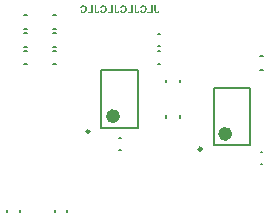
<source format=gbo>
G04*
G04 #@! TF.GenerationSoftware,Altium Limited,Altium Designer,23.3.1 (30)*
G04*
G04 Layer_Color=12040119*
%FSLAX43Y43*%
%MOMM*%
G71*
G04*
G04 #@! TF.SameCoordinates,9844E55F-96F2-4D63-9416-53F8DD85CCA4*
G04*
G04*
G04 #@! TF.FilePolarity,Positive*
G04*
G01*
G75*
%ADD11C,0.250*%
%ADD12C,0.150*%
%ADD61C,0.600*%
G36*
X1989Y7911D02*
X2001Y7911D01*
X2025Y7908D01*
X2047Y7903D01*
X2067Y7898D01*
X2087Y7891D01*
X2104Y7883D01*
X2121Y7875D01*
X2136Y7867D01*
X2149Y7859D01*
X2160Y7851D01*
X2170Y7844D01*
X2179Y7837D01*
X2185Y7831D01*
X2190Y7826D01*
X2191Y7825D01*
X2193Y7824D01*
X2193Y7823D01*
X2194Y7823D01*
X2201Y7814D01*
X2208Y7806D01*
X2221Y7787D01*
X2231Y7767D01*
X2241Y7747D01*
X2249Y7726D01*
X2256Y7706D01*
X2261Y7685D01*
X2266Y7666D01*
X2269Y7647D01*
X2272Y7630D01*
X2273Y7622D01*
X2273Y7615D01*
X2274Y7608D01*
X2274Y7601D01*
X2275Y7595D01*
X2275Y7590D01*
Y7586D01*
X2276Y7582D01*
Y7579D01*
Y7577D01*
Y7575D01*
Y7575D01*
X2275Y7561D01*
X2275Y7547D01*
X2272Y7521D01*
X2268Y7497D01*
X2263Y7474D01*
X2257Y7453D01*
X2250Y7433D01*
X2243Y7416D01*
X2235Y7399D01*
X2227Y7385D01*
X2220Y7372D01*
X2216Y7367D01*
X2213Y7362D01*
X2210Y7357D01*
X2207Y7353D01*
X2204Y7349D01*
X2201Y7346D01*
X2200Y7343D01*
X2198Y7341D01*
X2196Y7339D01*
X2195Y7338D01*
X2194Y7337D01*
Y7337D01*
X2186Y7329D01*
X2178Y7322D01*
X2170Y7315D01*
X2162Y7308D01*
X2144Y7297D01*
X2127Y7287D01*
X2109Y7278D01*
X2092Y7271D01*
X2075Y7265D01*
X2059Y7261D01*
X2043Y7257D01*
X2029Y7255D01*
X2016Y7253D01*
X2011Y7252D01*
X2006Y7251D01*
X2001Y7251D01*
X1997Y7250D01*
X1993D01*
X1990Y7250D01*
X1985D01*
X1966Y7250D01*
X1948Y7252D01*
X1930Y7255D01*
X1915Y7258D01*
X1900Y7262D01*
X1886Y7266D01*
X1873Y7271D01*
X1861Y7275D01*
X1851Y7280D01*
X1841Y7285D01*
X1833Y7289D01*
X1827Y7293D01*
X1822Y7296D01*
X1818Y7299D01*
X1816Y7300D01*
X1815Y7301D01*
X1803Y7311D01*
X1791Y7322D01*
X1781Y7334D01*
X1771Y7347D01*
X1763Y7360D01*
X1755Y7372D01*
X1748Y7385D01*
X1742Y7398D01*
X1736Y7409D01*
X1732Y7421D01*
X1728Y7431D01*
X1724Y7440D01*
X1722Y7446D01*
X1721Y7450D01*
X1720Y7452D01*
X1720Y7454D01*
X1719Y7455D01*
X1719Y7456D01*
Y7457D01*
X1844Y7496D01*
X1847Y7483D01*
X1851Y7471D01*
X1855Y7461D01*
X1859Y7450D01*
X1863Y7441D01*
X1868Y7433D01*
X1873Y7425D01*
X1877Y7418D01*
X1881Y7412D01*
X1885Y7407D01*
X1888Y7403D01*
X1892Y7399D01*
X1894Y7397D01*
X1896Y7394D01*
X1897Y7393D01*
X1898Y7393D01*
X1905Y7387D01*
X1912Y7382D01*
X1919Y7378D01*
X1927Y7374D01*
X1935Y7371D01*
X1942Y7368D01*
X1949Y7366D01*
X1955Y7365D01*
X1962Y7363D01*
X1968Y7362D01*
X1973Y7361D01*
X1977Y7361D01*
X1981Y7360D01*
X1986D01*
X1999Y7361D01*
X2011Y7363D01*
X2022Y7365D01*
X2033Y7368D01*
X2043Y7372D01*
X2053Y7377D01*
X2061Y7381D01*
X2069Y7386D01*
X2076Y7391D01*
X2082Y7396D01*
X2087Y7400D01*
X2091Y7404D01*
X2095Y7407D01*
X2097Y7409D01*
X2099Y7411D01*
X2099Y7412D01*
X2107Y7422D01*
X2114Y7434D01*
X2120Y7447D01*
X2124Y7460D01*
X2128Y7475D01*
X2132Y7489D01*
X2135Y7503D01*
X2137Y7517D01*
X2139Y7531D01*
X2140Y7543D01*
X2141Y7555D01*
X2142Y7564D01*
X2142Y7569D01*
Y7573D01*
X2143Y7576D01*
Y7579D01*
Y7581D01*
Y7583D01*
Y7584D01*
Y7584D01*
X2142Y7605D01*
X2141Y7624D01*
X2139Y7642D01*
X2136Y7659D01*
X2132Y7673D01*
X2129Y7687D01*
X2125Y7699D01*
X2120Y7710D01*
X2117Y7720D01*
X2113Y7728D01*
X2109Y7734D01*
X2106Y7740D01*
X2103Y7744D01*
X2101Y7747D01*
X2099Y7749D01*
X2099Y7750D01*
X2090Y7759D01*
X2081Y7767D01*
X2071Y7773D01*
X2062Y7779D01*
X2053Y7784D01*
X2043Y7789D01*
X2034Y7792D01*
X2024Y7795D01*
X2016Y7797D01*
X2008Y7798D01*
X2001Y7800D01*
X1995Y7800D01*
X1991Y7801D01*
X1987Y7801D01*
X1984D01*
X1974Y7801D01*
X1965Y7800D01*
X1956Y7798D01*
X1948Y7796D01*
X1941Y7794D01*
X1933Y7792D01*
X1927Y7789D01*
X1920Y7787D01*
X1915Y7784D01*
X1910Y7781D01*
X1906Y7779D01*
X1903Y7777D01*
X1900Y7775D01*
X1898Y7773D01*
X1897Y7772D01*
X1896Y7772D01*
X1890Y7766D01*
X1884Y7760D01*
X1878Y7754D01*
X1874Y7747D01*
X1869Y7741D01*
X1865Y7734D01*
X1859Y7722D01*
X1857Y7716D01*
X1854Y7711D01*
X1852Y7706D01*
X1851Y7702D01*
X1850Y7698D01*
X1849Y7696D01*
X1849Y7694D01*
Y7694D01*
X1721Y7724D01*
X1725Y7738D01*
X1730Y7752D01*
X1735Y7764D01*
X1740Y7775D01*
X1746Y7785D01*
X1751Y7795D01*
X1757Y7804D01*
X1762Y7812D01*
X1767Y7819D01*
X1771Y7825D01*
X1776Y7830D01*
X1779Y7834D01*
X1782Y7838D01*
X1784Y7840D01*
X1786Y7841D01*
X1786Y7842D01*
X1801Y7854D01*
X1815Y7865D01*
X1831Y7874D01*
X1847Y7882D01*
X1863Y7889D01*
X1879Y7894D01*
X1894Y7899D01*
X1909Y7903D01*
X1923Y7906D01*
X1936Y7908D01*
X1947Y7909D01*
X1957Y7911D01*
X1961D01*
X1966Y7911D01*
X1969D01*
X1972Y7912D01*
X1977D01*
X1989Y7911D01*
D02*
G37*
G36*
X301D02*
X313Y7911D01*
X337Y7908D01*
X358Y7903D01*
X379Y7898D01*
X398Y7891D01*
X416Y7883D01*
X433Y7875D01*
X447Y7867D01*
X460Y7859D01*
X472Y7851D01*
X482Y7844D01*
X490Y7837D01*
X497Y7831D01*
X502Y7826D01*
X503Y7825D01*
X504Y7824D01*
X505Y7823D01*
X505Y7823D01*
X513Y7814D01*
X520Y7806D01*
X533Y7787D01*
X543Y7767D01*
X553Y7747D01*
X561Y7726D01*
X568Y7706D01*
X573Y7685D01*
X577Y7666D01*
X581Y7647D01*
X583Y7630D01*
X584Y7622D01*
X585Y7615D01*
X586Y7608D01*
X586Y7601D01*
X587Y7595D01*
X587Y7590D01*
Y7586D01*
X588Y7582D01*
Y7579D01*
Y7577D01*
Y7575D01*
Y7575D01*
X587Y7561D01*
X587Y7547D01*
X584Y7521D01*
X580Y7497D01*
X575Y7474D01*
X569Y7453D01*
X562Y7433D01*
X554Y7416D01*
X546Y7399D01*
X539Y7385D01*
X532Y7372D01*
X528Y7367D01*
X525Y7362D01*
X521Y7357D01*
X519Y7353D01*
X516Y7349D01*
X513Y7346D01*
X511Y7343D01*
X509Y7341D01*
X508Y7339D01*
X507Y7338D01*
X506Y7337D01*
Y7337D01*
X498Y7329D01*
X490Y7322D01*
X482Y7315D01*
X473Y7308D01*
X456Y7297D01*
X439Y7287D01*
X421Y7278D01*
X404Y7271D01*
X386Y7265D01*
X370Y7261D01*
X355Y7257D01*
X341Y7255D01*
X328Y7253D01*
X323Y7252D01*
X318Y7251D01*
X313Y7251D01*
X309Y7250D01*
X305D01*
X302Y7250D01*
X296D01*
X277Y7250D01*
X259Y7252D01*
X242Y7255D01*
X227Y7258D01*
X211Y7262D01*
X197Y7266D01*
X184Y7271D01*
X173Y7275D01*
X162Y7280D01*
X153Y7285D01*
X145Y7289D01*
X139Y7293D01*
X134Y7296D01*
X130Y7299D01*
X128Y7300D01*
X127Y7301D01*
X115Y7311D01*
X103Y7322D01*
X93Y7334D01*
X83Y7347D01*
X74Y7360D01*
X67Y7372D01*
X60Y7385D01*
X54Y7398D01*
X48Y7409D01*
X43Y7421D01*
X39Y7431D01*
X36Y7440D01*
X34Y7446D01*
X33Y7450D01*
X32Y7452D01*
X31Y7454D01*
X31Y7455D01*
X31Y7456D01*
Y7457D01*
X156Y7496D01*
X159Y7483D01*
X163Y7471D01*
X167Y7461D01*
X171Y7450D01*
X175Y7441D01*
X180Y7433D01*
X184Y7425D01*
X189Y7418D01*
X193Y7412D01*
X196Y7407D01*
X200Y7403D01*
X203Y7399D01*
X206Y7397D01*
X208Y7394D01*
X209Y7393D01*
X209Y7393D01*
X216Y7387D01*
X224Y7382D01*
X231Y7378D01*
X239Y7374D01*
X246Y7371D01*
X254Y7368D01*
X261Y7366D01*
X267Y7365D01*
X274Y7363D01*
X280Y7362D01*
X285Y7361D01*
X289Y7361D01*
X293Y7360D01*
X298D01*
X311Y7361D01*
X323Y7363D01*
X334Y7365D01*
X345Y7368D01*
X355Y7372D01*
X364Y7377D01*
X373Y7381D01*
X380Y7386D01*
X387Y7391D01*
X393Y7396D01*
X399Y7400D01*
X403Y7404D01*
X406Y7407D01*
X409Y7409D01*
X410Y7411D01*
X411Y7412D01*
X419Y7422D01*
X425Y7434D01*
X431Y7447D01*
X436Y7460D01*
X440Y7475D01*
X444Y7489D01*
X447Y7503D01*
X449Y7517D01*
X451Y7531D01*
X452Y7543D01*
X453Y7555D01*
X454Y7564D01*
X454Y7569D01*
Y7573D01*
X454Y7576D01*
Y7579D01*
Y7581D01*
Y7583D01*
Y7584D01*
Y7584D01*
X454Y7605D01*
X453Y7624D01*
X450Y7642D01*
X447Y7659D01*
X444Y7673D01*
X441Y7687D01*
X436Y7699D01*
X432Y7710D01*
X429Y7720D01*
X424Y7728D01*
X421Y7734D01*
X417Y7740D01*
X415Y7744D01*
X412Y7747D01*
X411Y7749D01*
X410Y7750D01*
X402Y7759D01*
X393Y7767D01*
X383Y7773D01*
X374Y7779D01*
X364Y7784D01*
X355Y7789D01*
X345Y7792D01*
X336Y7795D01*
X328Y7797D01*
X320Y7798D01*
X313Y7800D01*
X307Y7800D01*
X302Y7801D01*
X299Y7801D01*
X295D01*
X286Y7801D01*
X277Y7800D01*
X268Y7798D01*
X260Y7796D01*
X252Y7794D01*
X245Y7792D01*
X239Y7789D01*
X232Y7787D01*
X227Y7784D01*
X222Y7781D01*
X218Y7779D01*
X214Y7777D01*
X212Y7775D01*
X209Y7773D01*
X208Y7772D01*
X208Y7772D01*
X202Y7766D01*
X196Y7760D01*
X190Y7754D01*
X185Y7747D01*
X181Y7741D01*
X177Y7734D01*
X171Y7722D01*
X168Y7716D01*
X166Y7711D01*
X164Y7706D01*
X163Y7702D01*
X162Y7698D01*
X161Y7696D01*
X160Y7694D01*
Y7694D01*
X32Y7724D01*
X37Y7738D01*
X42Y7752D01*
X47Y7764D01*
X52Y7775D01*
X57Y7785D01*
X63Y7795D01*
X68Y7804D01*
X73Y7812D01*
X79Y7819D01*
X83Y7825D01*
X87Y7830D01*
X91Y7834D01*
X94Y7838D01*
X96Y7840D01*
X98Y7841D01*
X98Y7842D01*
X112Y7854D01*
X127Y7865D01*
X143Y7874D01*
X159Y7882D01*
X175Y7889D01*
X190Y7894D01*
X206Y7899D01*
X221Y7903D01*
X235Y7906D01*
X248Y7908D01*
X259Y7909D01*
X269Y7911D01*
X273D01*
X277Y7911D01*
X281D01*
X283Y7912D01*
X288D01*
X301Y7911D01*
D02*
G37*
G36*
X-1387D02*
X-1375Y7911D01*
X-1352Y7908D01*
X-1330Y7903D01*
X-1309Y7898D01*
X-1290Y7891D01*
X-1272Y7883D01*
X-1256Y7875D01*
X-1241Y7867D01*
X-1228Y7859D01*
X-1216Y7851D01*
X-1206Y7844D01*
X-1198Y7837D01*
X-1191Y7831D01*
X-1187Y7826D01*
X-1185Y7825D01*
X-1184Y7824D01*
X-1183Y7823D01*
X-1183Y7823D01*
X-1176Y7814D01*
X-1169Y7806D01*
X-1156Y7787D01*
X-1145Y7767D01*
X-1135Y7747D01*
X-1128Y7726D01*
X-1121Y7706D01*
X-1115Y7685D01*
X-1111Y7666D01*
X-1108Y7647D01*
X-1105Y7630D01*
X-1104Y7622D01*
X-1103Y7615D01*
X-1103Y7608D01*
X-1102Y7601D01*
X-1102Y7595D01*
X-1101Y7590D01*
Y7586D01*
X-1101Y7582D01*
Y7579D01*
Y7577D01*
Y7575D01*
Y7575D01*
X-1101Y7561D01*
X-1102Y7547D01*
X-1104Y7521D01*
X-1108Y7497D01*
X-1114Y7474D01*
X-1120Y7453D01*
X-1127Y7433D01*
X-1134Y7416D01*
X-1142Y7399D01*
X-1149Y7385D01*
X-1157Y7372D01*
X-1160Y7367D01*
X-1164Y7362D01*
X-1167Y7357D01*
X-1170Y7353D01*
X-1172Y7349D01*
X-1175Y7346D01*
X-1177Y7343D01*
X-1179Y7341D01*
X-1181Y7339D01*
X-1182Y7338D01*
X-1183Y7337D01*
Y7337D01*
X-1190Y7329D01*
X-1198Y7322D01*
X-1207Y7315D01*
X-1215Y7308D01*
X-1232Y7297D01*
X-1250Y7287D01*
X-1268Y7278D01*
X-1285Y7271D01*
X-1302Y7265D01*
X-1318Y7261D01*
X-1333Y7257D01*
X-1347Y7255D01*
X-1360Y7253D01*
X-1366Y7252D01*
X-1371Y7251D01*
X-1375Y7251D01*
X-1379Y7250D01*
X-1383D01*
X-1386Y7250D01*
X-1392D01*
X-1411Y7250D01*
X-1429Y7252D01*
X-1446Y7255D01*
X-1462Y7258D01*
X-1477Y7262D01*
X-1491Y7266D01*
X-1504Y7271D01*
X-1515Y7275D01*
X-1526Y7280D01*
X-1535Y7285D01*
X-1543Y7289D01*
X-1550Y7293D01*
X-1555Y7296D01*
X-1558Y7299D01*
X-1561Y7300D01*
X-1562Y7301D01*
X-1574Y7311D01*
X-1585Y7322D01*
X-1595Y7334D01*
X-1605Y7347D01*
X-1614Y7360D01*
X-1622Y7372D01*
X-1629Y7385D01*
X-1635Y7398D01*
X-1640Y7409D01*
X-1645Y7421D01*
X-1649Y7431D01*
X-1652Y7440D01*
X-1655Y7446D01*
X-1655Y7450D01*
X-1656Y7452D01*
X-1657Y7454D01*
X-1657Y7455D01*
X-1658Y7456D01*
Y7457D01*
X-1532Y7496D01*
X-1529Y7483D01*
X-1526Y7471D01*
X-1521Y7461D01*
X-1517Y7450D01*
X-1513Y7441D01*
X-1508Y7433D01*
X-1504Y7425D01*
X-1500Y7418D01*
X-1495Y7412D01*
X-1492Y7407D01*
X-1488Y7403D01*
X-1485Y7399D01*
X-1483Y7397D01*
X-1481Y7394D01*
X-1479Y7393D01*
X-1479Y7393D01*
X-1472Y7387D01*
X-1464Y7382D01*
X-1457Y7378D01*
X-1449Y7374D01*
X-1442Y7371D01*
X-1434Y7368D01*
X-1428Y7366D01*
X-1421Y7365D01*
X-1415Y7363D01*
X-1409Y7362D01*
X-1403Y7361D01*
X-1399Y7361D01*
X-1396Y7360D01*
X-1391D01*
X-1378Y7361D01*
X-1366Y7363D01*
X-1354Y7365D01*
X-1343Y7368D01*
X-1333Y7372D01*
X-1324Y7377D01*
X-1316Y7381D01*
X-1308Y7386D01*
X-1301Y7391D01*
X-1295Y7396D01*
X-1289Y7400D01*
X-1285Y7404D01*
X-1282Y7407D01*
X-1279Y7409D01*
X-1278Y7411D01*
X-1277Y7412D01*
X-1269Y7422D01*
X-1263Y7434D01*
X-1257Y7447D01*
X-1252Y7460D01*
X-1248Y7475D01*
X-1244Y7489D01*
X-1242Y7503D01*
X-1239Y7517D01*
X-1238Y7531D01*
X-1236Y7543D01*
X-1235Y7555D01*
X-1235Y7564D01*
X-1234Y7569D01*
Y7573D01*
X-1234Y7576D01*
Y7579D01*
Y7581D01*
Y7583D01*
Y7584D01*
Y7584D01*
X-1234Y7605D01*
X-1236Y7624D01*
X-1238Y7642D01*
X-1241Y7659D01*
X-1244Y7673D01*
X-1248Y7687D01*
X-1252Y7699D01*
X-1256Y7710D01*
X-1260Y7720D01*
X-1264Y7728D01*
X-1268Y7734D01*
X-1271Y7740D01*
X-1274Y7744D01*
X-1276Y7747D01*
X-1277Y7749D01*
X-1278Y7750D01*
X-1287Y7759D01*
X-1295Y7767D01*
X-1305Y7773D01*
X-1314Y7779D01*
X-1324Y7784D01*
X-1334Y7789D01*
X-1343Y7792D01*
X-1352Y7795D01*
X-1360Y7797D01*
X-1368Y7798D01*
X-1375Y7800D01*
X-1381Y7800D01*
X-1386Y7801D01*
X-1390Y7801D01*
X-1393D01*
X-1403Y7801D01*
X-1411Y7800D01*
X-1420Y7798D01*
X-1428Y7796D01*
X-1436Y7794D01*
X-1443Y7792D01*
X-1450Y7789D01*
X-1456Y7787D01*
X-1461Y7784D01*
X-1466Y7781D01*
X-1471Y7779D01*
X-1474Y7777D01*
X-1477Y7775D01*
X-1479Y7773D01*
X-1480Y7772D01*
X-1480Y7772D01*
X-1487Y7766D01*
X-1493Y7760D01*
X-1498Y7754D01*
X-1503Y7747D01*
X-1507Y7741D01*
X-1511Y7734D01*
X-1518Y7722D01*
X-1520Y7716D01*
X-1522Y7711D01*
X-1524Y7706D01*
X-1526Y7702D01*
X-1526Y7698D01*
X-1527Y7696D01*
X-1528Y7694D01*
Y7694D01*
X-1656Y7724D01*
X-1652Y7738D01*
X-1647Y7752D01*
X-1642Y7764D01*
X-1636Y7775D01*
X-1631Y7785D01*
X-1625Y7795D01*
X-1620Y7804D01*
X-1615Y7812D01*
X-1610Y7819D01*
X-1605Y7825D01*
X-1601Y7830D01*
X-1597Y7834D01*
X-1594Y7838D01*
X-1592Y7840D01*
X-1591Y7841D01*
X-1590Y7842D01*
X-1576Y7854D01*
X-1561Y7865D01*
X-1545Y7874D01*
X-1530Y7882D01*
X-1513Y7889D01*
X-1498Y7894D01*
X-1482Y7899D01*
X-1467Y7903D01*
X-1453Y7906D01*
X-1440Y7908D01*
X-1429Y7909D01*
X-1419Y7911D01*
X-1415D01*
X-1411Y7911D01*
X-1408D01*
X-1405Y7912D01*
X-1400D01*
X-1387Y7911D01*
D02*
G37*
G36*
X-3076D02*
X-3064Y7911D01*
X-3040Y7908D01*
X-3018Y7903D01*
X-2997Y7898D01*
X-2978Y7891D01*
X-2960Y7883D01*
X-2944Y7875D01*
X-2929Y7867D01*
X-2916Y7859D01*
X-2905Y7851D01*
X-2894Y7844D01*
X-2886Y7837D01*
X-2880Y7831D01*
X-2875Y7826D01*
X-2874Y7825D01*
X-2872Y7824D01*
X-2872Y7823D01*
X-2871Y7823D01*
X-2864Y7814D01*
X-2857Y7806D01*
X-2844Y7787D01*
X-2833Y7767D01*
X-2824Y7747D01*
X-2816Y7726D01*
X-2809Y7706D01*
X-2804Y7685D01*
X-2799Y7666D01*
X-2796Y7647D01*
X-2793Y7630D01*
X-2792Y7622D01*
X-2791Y7615D01*
X-2791Y7608D01*
X-2790Y7601D01*
X-2790Y7595D01*
X-2789Y7590D01*
Y7586D01*
X-2789Y7582D01*
Y7579D01*
Y7577D01*
Y7575D01*
Y7575D01*
X-2789Y7561D01*
X-2790Y7547D01*
X-2793Y7521D01*
X-2796Y7497D01*
X-2802Y7474D01*
X-2808Y7453D01*
X-2815Y7433D01*
X-2822Y7416D01*
X-2830Y7399D01*
X-2837Y7385D01*
X-2845Y7372D01*
X-2849Y7367D01*
X-2852Y7362D01*
X-2855Y7357D01*
X-2858Y7353D01*
X-2861Y7349D01*
X-2863Y7346D01*
X-2865Y7343D01*
X-2867Y7341D01*
X-2869Y7339D01*
X-2870Y7338D01*
X-2871Y7337D01*
Y7337D01*
X-2879Y7329D01*
X-2886Y7322D01*
X-2895Y7315D01*
X-2903Y7308D01*
X-2921Y7297D01*
X-2938Y7287D01*
X-2956Y7278D01*
X-2973Y7271D01*
X-2990Y7265D01*
X-3006Y7261D01*
X-3021Y7257D01*
X-3035Y7255D01*
X-3048Y7253D01*
X-3054Y7252D01*
X-3059Y7251D01*
X-3064Y7251D01*
X-3068Y7250D01*
X-3071D01*
X-3075Y7250D01*
X-3080D01*
X-3099Y7250D01*
X-3117Y7252D01*
X-3134Y7255D01*
X-3150Y7258D01*
X-3165Y7262D01*
X-3179Y7266D01*
X-3192Y7271D01*
X-3204Y7275D01*
X-3214Y7280D01*
X-3223Y7285D01*
X-3231Y7289D01*
X-3238Y7293D01*
X-3243Y7296D01*
X-3247Y7299D01*
X-3249Y7300D01*
X-3250Y7301D01*
X-3262Y7311D01*
X-3273Y7322D01*
X-3284Y7334D01*
X-3293Y7347D01*
X-3302Y7360D01*
X-3310Y7372D01*
X-3317Y7385D01*
X-3323Y7398D01*
X-3328Y7409D01*
X-3333Y7421D01*
X-3337Y7431D01*
X-3340Y7440D01*
X-3343Y7446D01*
X-3344Y7450D01*
X-3345Y7452D01*
X-3345Y7454D01*
X-3346Y7455D01*
X-3346Y7456D01*
Y7457D01*
X-3221Y7496D01*
X-3217Y7483D01*
X-3214Y7471D01*
X-3210Y7461D01*
X-3205Y7450D01*
X-3201Y7441D01*
X-3197Y7433D01*
X-3192Y7425D01*
X-3188Y7418D01*
X-3184Y7412D01*
X-3180Y7407D01*
X-3176Y7403D01*
X-3173Y7399D01*
X-3171Y7397D01*
X-3169Y7394D01*
X-3168Y7393D01*
X-3167Y7393D01*
X-3160Y7387D01*
X-3153Y7382D01*
X-3145Y7378D01*
X-3137Y7374D01*
X-3130Y7371D01*
X-3123Y7368D01*
X-3116Y7366D01*
X-3109Y7365D01*
X-3103Y7363D01*
X-3097Y7362D01*
X-3092Y7361D01*
X-3088Y7361D01*
X-3084Y7360D01*
X-3079D01*
X-3066Y7361D01*
X-3054Y7363D01*
X-3042Y7365D01*
X-3032Y7368D01*
X-3021Y7372D01*
X-3012Y7377D01*
X-3004Y7381D01*
X-2996Y7386D01*
X-2989Y7391D01*
X-2983Y7396D01*
X-2978Y7400D01*
X-2973Y7404D01*
X-2970Y7407D01*
X-2967Y7409D01*
X-2966Y7411D01*
X-2966Y7412D01*
X-2958Y7422D01*
X-2951Y7434D01*
X-2945Y7447D01*
X-2941Y7460D01*
X-2936Y7475D01*
X-2933Y7489D01*
X-2930Y7503D01*
X-2928Y7517D01*
X-2926Y7531D01*
X-2924Y7543D01*
X-2923Y7555D01*
X-2923Y7564D01*
X-2923Y7569D01*
Y7573D01*
X-2922Y7576D01*
Y7579D01*
Y7581D01*
Y7583D01*
Y7584D01*
Y7584D01*
X-2923Y7605D01*
X-2924Y7624D01*
X-2926Y7642D01*
X-2929Y7659D01*
X-2932Y7673D01*
X-2936Y7687D01*
X-2940Y7699D01*
X-2944Y7710D01*
X-2948Y7720D01*
X-2952Y7728D01*
X-2956Y7734D01*
X-2959Y7740D01*
X-2962Y7744D01*
X-2964Y7747D01*
X-2966Y7749D01*
X-2966Y7750D01*
X-2975Y7759D01*
X-2984Y7767D01*
X-2993Y7773D01*
X-3003Y7779D01*
X-3012Y7784D01*
X-3022Y7789D01*
X-3031Y7792D01*
X-3040Y7795D01*
X-3049Y7797D01*
X-3057Y7798D01*
X-3064Y7800D01*
X-3070Y7800D01*
X-3074Y7801D01*
X-3078Y7801D01*
X-3081D01*
X-3091Y7801D01*
X-3100Y7800D01*
X-3108Y7798D01*
X-3117Y7796D01*
X-3124Y7794D01*
X-3131Y7792D01*
X-3138Y7789D01*
X-3144Y7787D01*
X-3150Y7784D01*
X-3155Y7781D01*
X-3159Y7779D01*
X-3162Y7777D01*
X-3165Y7775D01*
X-3167Y7773D01*
X-3168Y7772D01*
X-3168Y7772D01*
X-3175Y7766D01*
X-3181Y7760D01*
X-3187Y7754D01*
X-3191Y7747D01*
X-3195Y7741D01*
X-3199Y7734D01*
X-3206Y7722D01*
X-3208Y7716D01*
X-3211Y7711D01*
X-3212Y7706D01*
X-3214Y7702D01*
X-3215Y7698D01*
X-3216Y7696D01*
X-3216Y7694D01*
Y7694D01*
X-3344Y7724D01*
X-3340Y7738D01*
X-3335Y7752D01*
X-3330Y7764D01*
X-3325Y7775D01*
X-3319Y7785D01*
X-3314Y7795D01*
X-3308Y7804D01*
X-3303Y7812D01*
X-3298Y7819D01*
X-3293Y7825D01*
X-3289Y7830D01*
X-3285Y7834D01*
X-3283Y7838D01*
X-3280Y7840D01*
X-3279Y7841D01*
X-3278Y7842D01*
X-3264Y7854D01*
X-3249Y7865D01*
X-3234Y7874D01*
X-3218Y7882D01*
X-3202Y7889D01*
X-3186Y7894D01*
X-3170Y7899D01*
X-3156Y7903D01*
X-3142Y7906D01*
X-3129Y7908D01*
X-3118Y7909D01*
X-3107Y7911D01*
X-3103D01*
X-3099Y7911D01*
X-3096D01*
X-3093Y7912D01*
X-3088D01*
X-3076Y7911D01*
D02*
G37*
G36*
X2796Y7261D02*
X2346D01*
Y7369D01*
X2667D01*
Y7895D01*
X2796D01*
Y7261D01*
D02*
G37*
G36*
X1108D02*
X657D01*
Y7369D01*
X979D01*
Y7895D01*
X1108D01*
Y7261D01*
D02*
G37*
G36*
X-581D02*
X-1031D01*
Y7369D01*
X-710D01*
Y7895D01*
X-581D01*
Y7261D01*
D02*
G37*
G36*
X-2269D02*
X-2719D01*
Y7369D01*
X-2398D01*
Y7895D01*
X-2269D01*
Y7261D01*
D02*
G37*
G36*
X3066Y7487D02*
Y7473D01*
X3067Y7460D01*
X3068Y7449D01*
X3069Y7439D01*
X3070Y7429D01*
X3071Y7421D01*
X3073Y7413D01*
X3075Y7407D01*
X3076Y7402D01*
X3078Y7397D01*
X3080Y7393D01*
X3081Y7390D01*
X3082Y7388D01*
X3083Y7386D01*
X3084Y7385D01*
Y7385D01*
X3088Y7381D01*
X3092Y7377D01*
X3096Y7373D01*
X3101Y7371D01*
X3111Y7366D01*
X3121Y7364D01*
X3130Y7362D01*
X3134Y7361D01*
X3138Y7361D01*
X3141Y7360D01*
X3145D01*
X3153Y7361D01*
X3160Y7362D01*
X3167Y7364D01*
X3173Y7366D01*
X3179Y7368D01*
X3184Y7371D01*
X3188Y7374D01*
X3193Y7378D01*
X3197Y7381D01*
X3200Y7384D01*
X3202Y7387D01*
X3205Y7389D01*
X3206Y7391D01*
X3208Y7393D01*
X3208Y7394D01*
X3209Y7395D01*
X3211Y7399D01*
X3213Y7404D01*
X3215Y7410D01*
X3217Y7416D01*
X3220Y7429D01*
X3222Y7442D01*
X3223Y7448D01*
X3223Y7454D01*
X3223Y7459D01*
X3224Y7464D01*
Y7468D01*
X3224Y7471D01*
Y7472D01*
Y7473D01*
X3346Y7459D01*
X3346Y7440D01*
X3344Y7422D01*
X3341Y7406D01*
X3338Y7391D01*
X3334Y7377D01*
X3330Y7364D01*
X3325Y7353D01*
X3321Y7342D01*
X3316Y7333D01*
X3311Y7325D01*
X3307Y7318D01*
X3303Y7312D01*
X3300Y7308D01*
X3297Y7305D01*
X3296Y7303D01*
X3295Y7303D01*
X3285Y7293D01*
X3274Y7285D01*
X3263Y7278D01*
X3251Y7272D01*
X3238Y7267D01*
X3226Y7263D01*
X3214Y7259D01*
X3203Y7256D01*
X3192Y7255D01*
X3182Y7253D01*
X3173Y7252D01*
X3165Y7251D01*
X3158Y7250D01*
X3153Y7250D01*
X3149D01*
X3134Y7250D01*
X3120Y7251D01*
X3107Y7253D01*
X3095Y7255D01*
X3083Y7258D01*
X3072Y7261D01*
X3063Y7264D01*
X3054Y7267D01*
X3046Y7270D01*
X3039Y7273D01*
X3033Y7276D01*
X3028Y7279D01*
X3024Y7281D01*
X3021Y7282D01*
X3020Y7283D01*
X3019Y7284D01*
X3010Y7290D01*
X3002Y7297D01*
X2995Y7305D01*
X2988Y7312D01*
X2981Y7319D01*
X2976Y7327D01*
X2971Y7334D01*
X2966Y7341D01*
X2963Y7348D01*
X2960Y7354D01*
X2957Y7360D01*
X2955Y7364D01*
X2953Y7368D01*
X2952Y7371D01*
X2951Y7373D01*
Y7373D01*
X2949Y7382D01*
X2947Y7391D01*
X2945Y7401D01*
X2943Y7410D01*
X2941Y7431D01*
X2939Y7441D01*
X2939Y7451D01*
X2938Y7459D01*
X2938Y7468D01*
X2937Y7476D01*
X2937Y7483D01*
Y7488D01*
Y7492D01*
Y7495D01*
Y7495D01*
Y7901D01*
X3066D01*
Y7487D01*
D02*
G37*
G36*
X1378D02*
Y7473D01*
X1379Y7460D01*
X1379Y7449D01*
X1380Y7439D01*
X1382Y7429D01*
X1383Y7421D01*
X1385Y7413D01*
X1386Y7407D01*
X1388Y7402D01*
X1390Y7397D01*
X1391Y7393D01*
X1393Y7390D01*
X1394Y7388D01*
X1395Y7386D01*
X1396Y7385D01*
Y7385D01*
X1399Y7381D01*
X1403Y7377D01*
X1408Y7373D01*
X1413Y7371D01*
X1423Y7366D01*
X1433Y7364D01*
X1442Y7362D01*
X1446Y7361D01*
X1450Y7361D01*
X1452Y7360D01*
X1457D01*
X1464Y7361D01*
X1471Y7362D01*
X1478Y7364D01*
X1484Y7366D01*
X1490Y7368D01*
X1495Y7371D01*
X1500Y7374D01*
X1504Y7378D01*
X1508Y7381D01*
X1512Y7384D01*
X1514Y7387D01*
X1516Y7389D01*
X1518Y7391D01*
X1520Y7393D01*
X1520Y7394D01*
X1520Y7395D01*
X1523Y7399D01*
X1525Y7404D01*
X1527Y7410D01*
X1529Y7416D01*
X1532Y7429D01*
X1533Y7442D01*
X1534Y7448D01*
X1535Y7454D01*
X1535Y7459D01*
X1536Y7464D01*
Y7468D01*
X1536Y7471D01*
Y7472D01*
Y7473D01*
X1658Y7459D01*
X1657Y7440D01*
X1655Y7422D01*
X1653Y7406D01*
X1650Y7391D01*
X1646Y7377D01*
X1642Y7364D01*
X1637Y7353D01*
X1632Y7342D01*
X1628Y7333D01*
X1623Y7325D01*
X1618Y7318D01*
X1615Y7312D01*
X1612Y7308D01*
X1609Y7305D01*
X1607Y7303D01*
X1607Y7303D01*
X1597Y7293D01*
X1586Y7285D01*
X1575Y7278D01*
X1563Y7272D01*
X1550Y7267D01*
X1538Y7263D01*
X1526Y7259D01*
X1514Y7256D01*
X1504Y7255D01*
X1494Y7253D01*
X1484Y7252D01*
X1477Y7251D01*
X1470Y7250D01*
X1465Y7250D01*
X1461D01*
X1446Y7250D01*
X1432Y7251D01*
X1419Y7253D01*
X1406Y7255D01*
X1395Y7258D01*
X1384Y7261D01*
X1374Y7264D01*
X1366Y7267D01*
X1358Y7270D01*
X1351Y7273D01*
X1345Y7276D01*
X1340Y7279D01*
X1336Y7281D01*
X1333Y7282D01*
X1331Y7283D01*
X1331Y7284D01*
X1322Y7290D01*
X1314Y7297D01*
X1306Y7305D01*
X1299Y7312D01*
X1293Y7319D01*
X1287Y7327D01*
X1283Y7334D01*
X1278Y7341D01*
X1275Y7348D01*
X1271Y7354D01*
X1269Y7360D01*
X1267Y7364D01*
X1265Y7368D01*
X1264Y7371D01*
X1263Y7373D01*
Y7373D01*
X1261Y7382D01*
X1258Y7391D01*
X1256Y7401D01*
X1255Y7410D01*
X1252Y7431D01*
X1251Y7441D01*
X1250Y7451D01*
X1250Y7459D01*
X1250Y7468D01*
X1249Y7476D01*
X1249Y7483D01*
Y7488D01*
Y7492D01*
Y7495D01*
Y7495D01*
Y7901D01*
X1378D01*
Y7487D01*
D02*
G37*
G36*
X-311D02*
Y7473D01*
X-310Y7460D01*
X-309Y7449D01*
X-308Y7439D01*
X-306Y7429D01*
X-305Y7421D01*
X-303Y7413D01*
X-302Y7407D01*
X-300Y7402D01*
X-298Y7397D01*
X-297Y7393D01*
X-295Y7390D01*
X-294Y7388D01*
X-294Y7386D01*
X-293Y7385D01*
Y7385D01*
X-289Y7381D01*
X-285Y7377D01*
X-280Y7373D01*
X-276Y7371D01*
X-265Y7366D01*
X-255Y7364D01*
X-246Y7362D01*
X-242Y7361D01*
X-239Y7361D01*
X-236Y7360D01*
X-232D01*
X-224Y7361D01*
X-217Y7362D01*
X-210Y7364D01*
X-204Y7366D01*
X-198Y7368D01*
X-193Y7371D01*
X-188Y7374D01*
X-184Y7378D01*
X-180Y7381D01*
X-177Y7384D01*
X-174Y7387D01*
X-172Y7389D01*
X-170Y7391D01*
X-169Y7393D01*
X-168Y7394D01*
X-168Y7395D01*
X-166Y7399D01*
X-163Y7404D01*
X-161Y7410D01*
X-159Y7416D01*
X-157Y7429D01*
X-155Y7442D01*
X-154Y7448D01*
X-153Y7454D01*
X-153Y7459D01*
X-153Y7464D01*
Y7468D01*
X-152Y7471D01*
Y7472D01*
Y7473D01*
X-31Y7459D01*
X-31Y7440D01*
X-33Y7422D01*
X-35Y7406D01*
X-38Y7391D01*
X-43Y7377D01*
X-47Y7364D01*
X-51Y7353D01*
X-56Y7342D01*
X-61Y7333D01*
X-65Y7325D01*
X-70Y7318D01*
X-73Y7312D01*
X-77Y7308D01*
X-79Y7305D01*
X-81Y7303D01*
X-81Y7303D01*
X-92Y7293D01*
X-102Y7285D01*
X-114Y7278D01*
X-126Y7272D01*
X-138Y7267D01*
X-150Y7263D01*
X-162Y7259D01*
X-174Y7256D01*
X-184Y7255D01*
X-195Y7253D01*
X-204Y7252D01*
X-212Y7251D01*
X-218Y7250D01*
X-223Y7250D01*
X-227D01*
X-242Y7250D01*
X-256Y7251D01*
X-270Y7253D01*
X-282Y7255D01*
X-294Y7258D01*
X-304Y7261D01*
X-314Y7264D01*
X-323Y7267D01*
X-331Y7270D01*
X-337Y7273D01*
X-343Y7276D01*
X-349Y7279D01*
X-352Y7281D01*
X-355Y7282D01*
X-357Y7283D01*
X-357Y7284D01*
X-366Y7290D01*
X-374Y7297D01*
X-382Y7305D01*
X-389Y7312D01*
X-395Y7319D01*
X-401Y7327D01*
X-405Y7334D01*
X-410Y7341D01*
X-414Y7348D01*
X-417Y7354D01*
X-419Y7360D01*
X-422Y7364D01*
X-423Y7368D01*
X-424Y7371D01*
X-425Y7373D01*
Y7373D01*
X-428Y7382D01*
X-430Y7391D01*
X-432Y7401D01*
X-434Y7410D01*
X-436Y7431D01*
X-437Y7441D01*
X-438Y7451D01*
X-438Y7459D01*
X-439Y7468D01*
X-439Y7476D01*
X-440Y7483D01*
Y7488D01*
Y7492D01*
Y7495D01*
Y7495D01*
Y7901D01*
X-311D01*
Y7487D01*
D02*
G37*
G36*
X-1999D02*
Y7473D01*
X-1998Y7460D01*
X-1997Y7449D01*
X-1996Y7439D01*
X-1995Y7429D01*
X-1993Y7421D01*
X-1992Y7413D01*
X-1990Y7407D01*
X-1988Y7402D01*
X-1986Y7397D01*
X-1985Y7393D01*
X-1984Y7390D01*
X-1983Y7388D01*
X-1982Y7386D01*
X-1981Y7385D01*
Y7385D01*
X-1977Y7381D01*
X-1973Y7377D01*
X-1968Y7373D01*
X-1964Y7371D01*
X-1954Y7366D01*
X-1943Y7364D01*
X-1935Y7362D01*
X-1930Y7361D01*
X-1927Y7361D01*
X-1924Y7360D01*
X-1920D01*
X-1912Y7361D01*
X-1905Y7362D01*
X-1898Y7364D01*
X-1892Y7366D01*
X-1886Y7368D01*
X-1881Y7371D01*
X-1876Y7374D01*
X-1872Y7378D01*
X-1868Y7381D01*
X-1865Y7384D01*
X-1863Y7387D01*
X-1860Y7389D01*
X-1858Y7391D01*
X-1857Y7393D01*
X-1857Y7394D01*
X-1856Y7395D01*
X-1854Y7399D01*
X-1851Y7404D01*
X-1850Y7410D01*
X-1848Y7416D01*
X-1845Y7429D01*
X-1843Y7442D01*
X-1842Y7448D01*
X-1842Y7454D01*
X-1841Y7459D01*
X-1841Y7464D01*
Y7468D01*
X-1840Y7471D01*
Y7472D01*
Y7473D01*
X-1719Y7459D01*
X-1719Y7440D01*
X-1721Y7422D01*
X-1723Y7406D01*
X-1727Y7391D01*
X-1731Y7377D01*
X-1735Y7364D01*
X-1740Y7353D01*
X-1744Y7342D01*
X-1749Y7333D01*
X-1753Y7325D01*
X-1758Y7318D01*
X-1762Y7312D01*
X-1765Y7308D01*
X-1767Y7305D01*
X-1769Y7303D01*
X-1770Y7303D01*
X-1780Y7293D01*
X-1790Y7285D01*
X-1802Y7278D01*
X-1814Y7272D01*
X-1826Y7267D01*
X-1838Y7263D01*
X-1851Y7259D01*
X-1862Y7256D01*
X-1873Y7255D01*
X-1883Y7253D01*
X-1892Y7252D01*
X-1900Y7251D01*
X-1906Y7250D01*
X-1912Y7250D01*
X-1916D01*
X-1930Y7250D01*
X-1944Y7251D01*
X-1958Y7253D01*
X-1970Y7255D01*
X-1982Y7258D01*
X-1992Y7261D01*
X-2002Y7264D01*
X-2011Y7267D01*
X-2019Y7270D01*
X-2026Y7273D01*
X-2032Y7276D01*
X-2037Y7279D01*
X-2040Y7281D01*
X-2043Y7282D01*
X-2045Y7283D01*
X-2046Y7284D01*
X-2054Y7290D01*
X-2063Y7297D01*
X-2070Y7305D01*
X-2077Y7312D01*
X-2083Y7319D01*
X-2089Y7327D01*
X-2094Y7334D01*
X-2098Y7341D01*
X-2102Y7348D01*
X-2105Y7354D01*
X-2108Y7360D01*
X-2110Y7364D01*
X-2112Y7368D01*
X-2113Y7371D01*
X-2114Y7373D01*
Y7373D01*
X-2116Y7382D01*
X-2118Y7391D01*
X-2120Y7401D01*
X-2122Y7410D01*
X-2124Y7431D01*
X-2126Y7441D01*
X-2126Y7451D01*
X-2126Y7459D01*
X-2127Y7468D01*
X-2127Y7476D01*
X-2128Y7483D01*
Y7488D01*
Y7492D01*
Y7495D01*
Y7495D01*
Y7901D01*
X-1999D01*
Y7487D01*
D02*
G37*
D11*
X6925Y-4255D02*
G03*
X6925Y-4255I-125J0D01*
G01*
X-2575Y-2755D02*
G03*
X-2575Y-2755I-125J0D01*
G01*
D12*
X11880Y2418D02*
X12120D01*
X11880Y3582D02*
X12120D01*
X3271Y4020D02*
X3435Y4020D01*
X3272Y2980D02*
X3436Y2980D01*
X3271Y5520D02*
X3435Y5520D01*
X3272Y4480D02*
X3436Y4480D01*
X11918Y-4480D02*
X12082D01*
X11918Y-5520D02*
X12082D01*
X7950Y-3950D02*
Y950D01*
X11050Y-3950D02*
Y950D01*
X7950Y-3950D02*
X11050D01*
X7950Y950D02*
X11050D01*
X-1550Y-2450D02*
Y2450D01*
X1550Y-2450D02*
Y2450D01*
X-1550Y-2450D02*
X1550D01*
X-1550Y2450D02*
X1550D01*
X3918Y1380D02*
Y1620D01*
X5082Y1380D02*
Y1620D01*
Y-1620D02*
Y-1380D01*
X3918Y-1620D02*
Y-1380D01*
X-4480Y-9582D02*
X-4480Y-9418D01*
X-5520Y-9582D02*
Y-9418D01*
X-8480Y-9582D02*
X-8480Y-9418D01*
X-9520Y-9582D02*
Y-9418D01*
X-5620Y5582D02*
X-5380D01*
X-5620Y4418D02*
X-5380D01*
X-5620Y4082D02*
X-5380D01*
X-5620Y2918D02*
X-5380D01*
X-8120Y7082D02*
X-7880D01*
X-8120Y5918D02*
X-7880D01*
X-8120Y5582D02*
X-7880D01*
X-8120Y4418D02*
X-7880D01*
X-8120Y4082D02*
X-7880D01*
X-8120Y2918D02*
X-7880D01*
X-5620Y7082D02*
X-5380D01*
X-5620Y5918D02*
X-5380D01*
X-82Y-3290D02*
X82Y-3290D01*
X-82Y-4330D02*
X82Y-4330D01*
D61*
X9225Y-2975D02*
G03*
X9225Y-2975I-300J0D01*
G01*
X-275Y-1475D02*
G03*
X-275Y-1475I-300J0D01*
G01*
M02*

</source>
